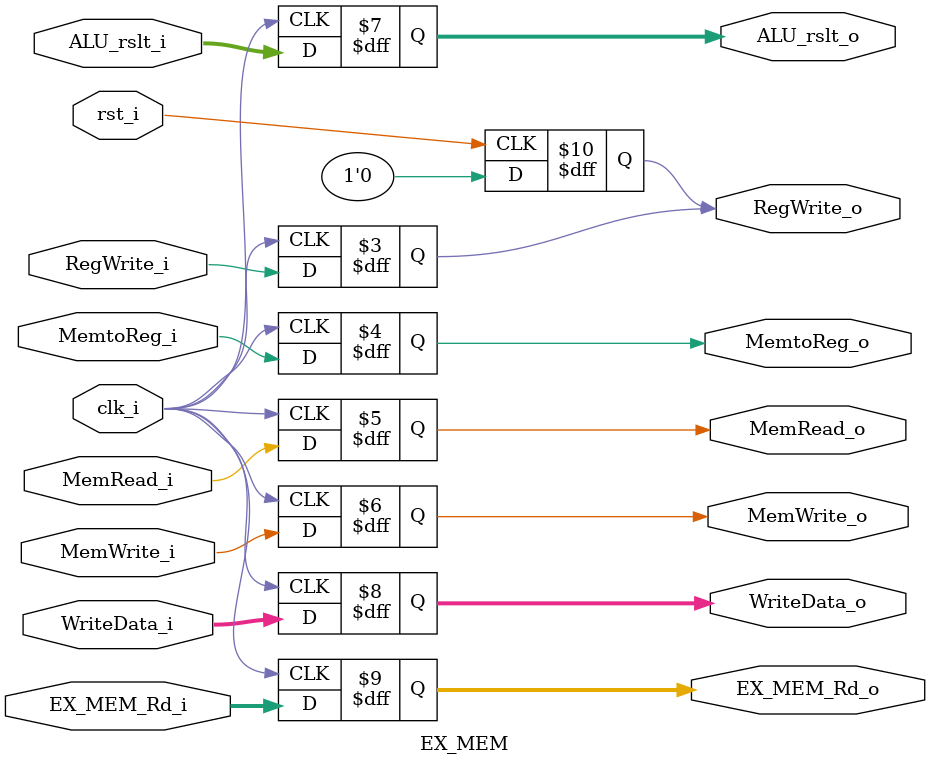
<source format=v>
module EX_MEM
(
    clk_i,
    rst_i,
    RegWrite_i,
    MemtoReg_i,
    MemRead_i,
    MemWrite_i,
    ALU_rslt_i,
    WriteData_i,
    EX_MEM_Rd_i,
    
    RegWrite_o,
    MemtoReg_o,
    MemRead_o,
    MemWrite_o,
    ALU_rslt_o,
    WriteData_o,
    EX_MEM_Rd_o,
);
    
    input clk_i;
    input rst_i;
    input RegWrite_i;
    input MemtoReg_i;
    input MemRead_i;
    input MemWrite_i;
    input [31:0] ALU_rslt_i;
    input [31:0] WriteData_i;
    input [4:0] EX_MEM_Rd_i;
    
    output reg RegWrite_o;
    output reg MemtoReg_o;
    output reg MemRead_o;
    output reg MemWrite_o;
    output reg [31:0] ALU_rslt_o;
    output reg [31:0] WriteData_o;
    output reg [4:0] EX_MEM_Rd_o;

    always@(posedge rst_i) begin 
        if(rst_i) begin
            RegWrite_o <= 0;
        end
    end 
    always@(posedge clk_i) begin
        RegWrite_o <= RegWrite_i; 
        MemtoReg_o <= MemtoReg_i;
        MemRead_o <= MemRead_i; 
        MemWrite_o <= MemWrite_i;
        ALU_rslt_o <= ALU_rslt_i;
        WriteData_o <= WriteData_i;
        EX_MEM_Rd_o <= EX_MEM_Rd_i;
    end 


endmodule
</source>
